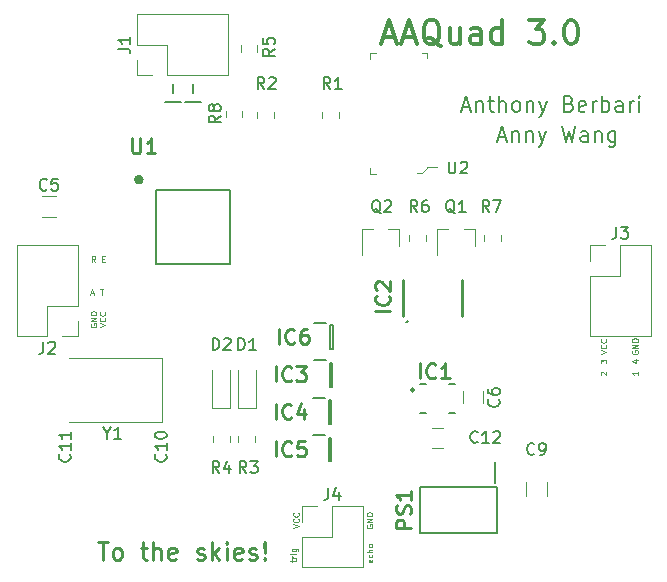
<source format=gbr>
G04 #@! TF.GenerationSoftware,KiCad,Pcbnew,(5.1.2)-1*
G04 #@! TF.CreationDate,2019-08-24T01:42:28-04:00*
G04 #@! TF.ProjectId,AAquad_PCB,41417175-6164-45f5-9043-422e6b696361,rev?*
G04 #@! TF.SameCoordinates,Original*
G04 #@! TF.FileFunction,Legend,Top*
G04 #@! TF.FilePolarity,Positive*
%FSLAX46Y46*%
G04 Gerber Fmt 4.6, Leading zero omitted, Abs format (unit mm)*
G04 Created by KiCad (PCBNEW (5.1.2)-1) date 2019-08-24 01:42:28*
%MOMM*%
%LPD*%
G04 APERTURE LIST*
%ADD10C,0.100000*%
%ADD11C,0.200000*%
%ADD12C,0.180000*%
%ADD13C,0.225000*%
%ADD14C,0.300000*%
%ADD15C,0.120000*%
%ADD16C,0.254000*%
%ADD17C,0.250000*%
%ADD18C,0.400000*%
%ADD19C,0.150000*%
G04 APERTURE END LIST*
D10*
X217277190Y-77755666D02*
X217777190Y-77589000D01*
X217277190Y-77422333D01*
X217729571Y-76969952D02*
X217753380Y-76993761D01*
X217777190Y-77065190D01*
X217777190Y-77112809D01*
X217753380Y-77184238D01*
X217705761Y-77231857D01*
X217658142Y-77255666D01*
X217562904Y-77279476D01*
X217491476Y-77279476D01*
X217396238Y-77255666D01*
X217348619Y-77231857D01*
X217301000Y-77184238D01*
X217277190Y-77112809D01*
X217277190Y-77065190D01*
X217301000Y-76993761D01*
X217324809Y-76969952D01*
X217729571Y-76469952D02*
X217753380Y-76493761D01*
X217777190Y-76565190D01*
X217777190Y-76612809D01*
X217753380Y-76684238D01*
X217705761Y-76731857D01*
X217658142Y-76755666D01*
X217562904Y-76779476D01*
X217491476Y-76779476D01*
X217396238Y-76755666D01*
X217348619Y-76731857D01*
X217301000Y-76684238D01*
X217277190Y-76612809D01*
X217277190Y-76565190D01*
X217301000Y-76493761D01*
X217324809Y-76469952D01*
X216539000Y-77469952D02*
X216515190Y-77517571D01*
X216515190Y-77589000D01*
X216539000Y-77660428D01*
X216586619Y-77708047D01*
X216634238Y-77731857D01*
X216729476Y-77755666D01*
X216800904Y-77755666D01*
X216896142Y-77731857D01*
X216943761Y-77708047D01*
X216991380Y-77660428D01*
X217015190Y-77589000D01*
X217015190Y-77541380D01*
X216991380Y-77469952D01*
X216967571Y-77446142D01*
X216800904Y-77446142D01*
X216800904Y-77541380D01*
X217015190Y-77231857D02*
X216515190Y-77231857D01*
X217015190Y-76946142D01*
X216515190Y-76946142D01*
X217015190Y-76708047D02*
X216515190Y-76708047D01*
X216515190Y-76589000D01*
X216539000Y-76517571D01*
X216586619Y-76469952D01*
X216634238Y-76446142D01*
X216729476Y-76422333D01*
X216800904Y-76422333D01*
X216896142Y-76446142D01*
X216943761Y-76469952D01*
X216991380Y-76517571D01*
X217015190Y-76589000D01*
X217015190Y-76708047D01*
X259742809Y-81803857D02*
X259719000Y-81780047D01*
X259695190Y-81732428D01*
X259695190Y-81613380D01*
X259719000Y-81565761D01*
X259742809Y-81541952D01*
X259790428Y-81518142D01*
X259838047Y-81518142D01*
X259909476Y-81541952D01*
X260195190Y-81827666D01*
X260195190Y-81518142D01*
X262862190Y-81518142D02*
X262862190Y-81803857D01*
X262862190Y-81661000D02*
X262362190Y-81661000D01*
X262433619Y-81708619D01*
X262481238Y-81756238D01*
X262505047Y-81803857D01*
X262528857Y-80549761D02*
X262862190Y-80549761D01*
X262338380Y-80668809D02*
X262695523Y-80787857D01*
X262695523Y-80478333D01*
X259695190Y-80811666D02*
X259695190Y-80502142D01*
X259885666Y-80668809D01*
X259885666Y-80597380D01*
X259909476Y-80549761D01*
X259933285Y-80525952D01*
X259980904Y-80502142D01*
X260099952Y-80502142D01*
X260147571Y-80525952D01*
X260171380Y-80549761D01*
X260195190Y-80597380D01*
X260195190Y-80740238D01*
X260171380Y-80787857D01*
X260147571Y-80811666D01*
X262386000Y-79755952D02*
X262362190Y-79803571D01*
X262362190Y-79875000D01*
X262386000Y-79946428D01*
X262433619Y-79994047D01*
X262481238Y-80017857D01*
X262576476Y-80041666D01*
X262647904Y-80041666D01*
X262743142Y-80017857D01*
X262790761Y-79994047D01*
X262838380Y-79946428D01*
X262862190Y-79875000D01*
X262862190Y-79827380D01*
X262838380Y-79755952D01*
X262814571Y-79732142D01*
X262647904Y-79732142D01*
X262647904Y-79827380D01*
X262862190Y-79517857D02*
X262362190Y-79517857D01*
X262862190Y-79232142D01*
X262362190Y-79232142D01*
X262862190Y-78994047D02*
X262362190Y-78994047D01*
X262362190Y-78875000D01*
X262386000Y-78803571D01*
X262433619Y-78755952D01*
X262481238Y-78732142D01*
X262576476Y-78708333D01*
X262647904Y-78708333D01*
X262743142Y-78732142D01*
X262790761Y-78755952D01*
X262838380Y-78803571D01*
X262862190Y-78875000D01*
X262862190Y-78994047D01*
X259695190Y-80041666D02*
X260195190Y-79875000D01*
X259695190Y-79708333D01*
X260147571Y-79255952D02*
X260171380Y-79279761D01*
X260195190Y-79351190D01*
X260195190Y-79398809D01*
X260171380Y-79470238D01*
X260123761Y-79517857D01*
X260076142Y-79541666D01*
X259980904Y-79565476D01*
X259909476Y-79565476D01*
X259814238Y-79541666D01*
X259766619Y-79517857D01*
X259719000Y-79470238D01*
X259695190Y-79398809D01*
X259695190Y-79351190D01*
X259719000Y-79279761D01*
X259742809Y-79255952D01*
X260147571Y-78755952D02*
X260171380Y-78779761D01*
X260195190Y-78851190D01*
X260195190Y-78898809D01*
X260171380Y-78970238D01*
X260123761Y-79017857D01*
X260076142Y-79041666D01*
X259980904Y-79065476D01*
X259909476Y-79065476D01*
X259814238Y-79041666D01*
X259766619Y-79017857D01*
X259719000Y-78970238D01*
X259695190Y-78898809D01*
X259695190Y-78851190D01*
X259719000Y-78779761D01*
X259742809Y-78755952D01*
X233660190Y-94773666D02*
X234160190Y-94607000D01*
X233660190Y-94440333D01*
X234112571Y-93987952D02*
X234136380Y-94011761D01*
X234160190Y-94083190D01*
X234160190Y-94130809D01*
X234136380Y-94202238D01*
X234088761Y-94249857D01*
X234041142Y-94273666D01*
X233945904Y-94297476D01*
X233874476Y-94297476D01*
X233779238Y-94273666D01*
X233731619Y-94249857D01*
X233684000Y-94202238D01*
X233660190Y-94130809D01*
X233660190Y-94083190D01*
X233684000Y-94011761D01*
X233707809Y-93987952D01*
X234112571Y-93487952D02*
X234136380Y-93511761D01*
X234160190Y-93583190D01*
X234160190Y-93630809D01*
X234136380Y-93702238D01*
X234088761Y-93749857D01*
X234041142Y-93773666D01*
X233945904Y-93797476D01*
X233874476Y-93797476D01*
X233779238Y-93773666D01*
X233731619Y-93749857D01*
X233684000Y-93702238D01*
X233660190Y-93630809D01*
X233660190Y-93583190D01*
X233684000Y-93511761D01*
X233707809Y-93487952D01*
X239907000Y-94487952D02*
X239883190Y-94535571D01*
X239883190Y-94607000D01*
X239907000Y-94678428D01*
X239954619Y-94726047D01*
X240002238Y-94749857D01*
X240097476Y-94773666D01*
X240168904Y-94773666D01*
X240264142Y-94749857D01*
X240311761Y-94726047D01*
X240359380Y-94678428D01*
X240383190Y-94607000D01*
X240383190Y-94559380D01*
X240359380Y-94487952D01*
X240335571Y-94464142D01*
X240168904Y-94464142D01*
X240168904Y-94559380D01*
X240383190Y-94249857D02*
X239883190Y-94249857D01*
X240383190Y-93964142D01*
X239883190Y-93964142D01*
X240383190Y-93726047D02*
X239883190Y-93726047D01*
X239883190Y-93607000D01*
X239907000Y-93535571D01*
X239954619Y-93487952D01*
X240002238Y-93464142D01*
X240097476Y-93440333D01*
X240168904Y-93440333D01*
X240264142Y-93464142D01*
X240311761Y-93487952D01*
X240359380Y-93535571D01*
X240383190Y-93607000D01*
X240383190Y-93726047D01*
X240359380Y-97472428D02*
X240383190Y-97520047D01*
X240383190Y-97615285D01*
X240359380Y-97662904D01*
X240311761Y-97686714D01*
X240121285Y-97686714D01*
X240073666Y-97662904D01*
X240049857Y-97615285D01*
X240049857Y-97520047D01*
X240073666Y-97472428D01*
X240121285Y-97448619D01*
X240168904Y-97448619D01*
X240216523Y-97686714D01*
X240359380Y-97020047D02*
X240383190Y-97067666D01*
X240383190Y-97162904D01*
X240359380Y-97210523D01*
X240335571Y-97234333D01*
X240287952Y-97258142D01*
X240145095Y-97258142D01*
X240097476Y-97234333D01*
X240073666Y-97210523D01*
X240049857Y-97162904D01*
X240049857Y-97067666D01*
X240073666Y-97020047D01*
X240383190Y-96805761D02*
X239883190Y-96805761D01*
X240383190Y-96591476D02*
X240121285Y-96591476D01*
X240073666Y-96615285D01*
X240049857Y-96662904D01*
X240049857Y-96734333D01*
X240073666Y-96781952D01*
X240097476Y-96805761D01*
X240383190Y-96281952D02*
X240359380Y-96329571D01*
X240335571Y-96353380D01*
X240287952Y-96377190D01*
X240145095Y-96377190D01*
X240097476Y-96353380D01*
X240073666Y-96329571D01*
X240049857Y-96281952D01*
X240049857Y-96210523D01*
X240073666Y-96162904D01*
X240097476Y-96139095D01*
X240145095Y-96115285D01*
X240287952Y-96115285D01*
X240335571Y-96139095D01*
X240359380Y-96162904D01*
X240383190Y-96210523D01*
X240383190Y-96281952D01*
X233572857Y-97623238D02*
X233572857Y-97432761D01*
X233406190Y-97551809D02*
X233834761Y-97551809D01*
X233882380Y-97528000D01*
X233906190Y-97480380D01*
X233906190Y-97432761D01*
X233906190Y-97266095D02*
X233572857Y-97266095D01*
X233668095Y-97266095D02*
X233620476Y-97242285D01*
X233596666Y-97218476D01*
X233572857Y-97170857D01*
X233572857Y-97123238D01*
X233906190Y-96956571D02*
X233572857Y-96956571D01*
X233406190Y-96956571D02*
X233430000Y-96980380D01*
X233453809Y-96956571D01*
X233430000Y-96932761D01*
X233406190Y-96956571D01*
X233453809Y-96956571D01*
X233572857Y-96504190D02*
X233977619Y-96504190D01*
X234025238Y-96528000D01*
X234049047Y-96551809D01*
X234072857Y-96599428D01*
X234072857Y-96670857D01*
X234049047Y-96718476D01*
X233882380Y-96504190D02*
X233906190Y-96551809D01*
X233906190Y-96647047D01*
X233882380Y-96694666D01*
X233858571Y-96718476D01*
X233810952Y-96742285D01*
X233668095Y-96742285D01*
X233620476Y-96718476D01*
X233596666Y-96694666D01*
X233572857Y-96647047D01*
X233572857Y-96551809D01*
X233596666Y-96504190D01*
X216543000Y-74886333D02*
X216781095Y-74886333D01*
X216495380Y-75029190D02*
X216662047Y-74529190D01*
X216828714Y-75029190D01*
X217304904Y-74529190D02*
X217590619Y-74529190D01*
X217447761Y-75029190D02*
X217447761Y-74529190D01*
X216908095Y-72235190D02*
X216741428Y-71997095D01*
X216622380Y-72235190D02*
X216622380Y-71735190D01*
X216812857Y-71735190D01*
X216860476Y-71759000D01*
X216884285Y-71782809D01*
X216908095Y-71830428D01*
X216908095Y-71901857D01*
X216884285Y-71949476D01*
X216860476Y-71973285D01*
X216812857Y-71997095D01*
X216622380Y-71997095D01*
X217503333Y-71973285D02*
X217670000Y-71973285D01*
X217741428Y-72235190D02*
X217503333Y-72235190D01*
X217503333Y-71735190D01*
X217741428Y-71735190D01*
D11*
X225187571Y-57181857D02*
X225187571Y-57943761D01*
X224473285Y-58658047D02*
X225901857Y-58658047D01*
X223487571Y-57181857D02*
X223487571Y-57943761D01*
X222773285Y-58658047D02*
X224201857Y-58658047D01*
D12*
X251048666Y-61684666D02*
X251667714Y-61684666D01*
X250924857Y-62056095D02*
X251358190Y-60756095D01*
X251791523Y-62056095D01*
X252224857Y-61189428D02*
X252224857Y-62056095D01*
X252224857Y-61313238D02*
X252286761Y-61251333D01*
X252410571Y-61189428D01*
X252596285Y-61189428D01*
X252720095Y-61251333D01*
X252782000Y-61375142D01*
X252782000Y-62056095D01*
X253401047Y-61189428D02*
X253401047Y-62056095D01*
X253401047Y-61313238D02*
X253462952Y-61251333D01*
X253586761Y-61189428D01*
X253772476Y-61189428D01*
X253896285Y-61251333D01*
X253958190Y-61375142D01*
X253958190Y-62056095D01*
X254453428Y-61189428D02*
X254762952Y-62056095D01*
X255072476Y-61189428D02*
X254762952Y-62056095D01*
X254639142Y-62365619D01*
X254577238Y-62427523D01*
X254453428Y-62489428D01*
X256434380Y-60756095D02*
X256743904Y-62056095D01*
X256991523Y-61127523D01*
X257239142Y-62056095D01*
X257548666Y-60756095D01*
X258601047Y-62056095D02*
X258601047Y-61375142D01*
X258539142Y-61251333D01*
X258415333Y-61189428D01*
X258167714Y-61189428D01*
X258043904Y-61251333D01*
X258601047Y-61994190D02*
X258477238Y-62056095D01*
X258167714Y-62056095D01*
X258043904Y-61994190D01*
X257982000Y-61870380D01*
X257982000Y-61746571D01*
X258043904Y-61622761D01*
X258167714Y-61560857D01*
X258477238Y-61560857D01*
X258601047Y-61498952D01*
X259220095Y-61189428D02*
X259220095Y-62056095D01*
X259220095Y-61313238D02*
X259282000Y-61251333D01*
X259405809Y-61189428D01*
X259591523Y-61189428D01*
X259715333Y-61251333D01*
X259777238Y-61375142D01*
X259777238Y-62056095D01*
X260953428Y-61189428D02*
X260953428Y-62241809D01*
X260891523Y-62365619D01*
X260829619Y-62427523D01*
X260705809Y-62489428D01*
X260520095Y-62489428D01*
X260396285Y-62427523D01*
X260953428Y-61994190D02*
X260829619Y-62056095D01*
X260582000Y-62056095D01*
X260458190Y-61994190D01*
X260396285Y-61932285D01*
X260334380Y-61808476D01*
X260334380Y-61437047D01*
X260396285Y-61313238D01*
X260458190Y-61251333D01*
X260582000Y-61189428D01*
X260829619Y-61189428D01*
X260953428Y-61251333D01*
X248002571Y-59144666D02*
X248621619Y-59144666D01*
X247878761Y-59516095D02*
X248312095Y-58216095D01*
X248745428Y-59516095D01*
X249178761Y-58649428D02*
X249178761Y-59516095D01*
X249178761Y-58773238D02*
X249240666Y-58711333D01*
X249364476Y-58649428D01*
X249550190Y-58649428D01*
X249674000Y-58711333D01*
X249735904Y-58835142D01*
X249735904Y-59516095D01*
X250169238Y-58649428D02*
X250664476Y-58649428D01*
X250354952Y-58216095D02*
X250354952Y-59330380D01*
X250416857Y-59454190D01*
X250540666Y-59516095D01*
X250664476Y-59516095D01*
X251097809Y-59516095D02*
X251097809Y-58216095D01*
X251654952Y-59516095D02*
X251654952Y-58835142D01*
X251593047Y-58711333D01*
X251469238Y-58649428D01*
X251283523Y-58649428D01*
X251159714Y-58711333D01*
X251097809Y-58773238D01*
X252459714Y-59516095D02*
X252335904Y-59454190D01*
X252274000Y-59392285D01*
X252212095Y-59268476D01*
X252212095Y-58897047D01*
X252274000Y-58773238D01*
X252335904Y-58711333D01*
X252459714Y-58649428D01*
X252645428Y-58649428D01*
X252769238Y-58711333D01*
X252831142Y-58773238D01*
X252893047Y-58897047D01*
X252893047Y-59268476D01*
X252831142Y-59392285D01*
X252769238Y-59454190D01*
X252645428Y-59516095D01*
X252459714Y-59516095D01*
X253450190Y-58649428D02*
X253450190Y-59516095D01*
X253450190Y-58773238D02*
X253512095Y-58711333D01*
X253635904Y-58649428D01*
X253821619Y-58649428D01*
X253945428Y-58711333D01*
X254007333Y-58835142D01*
X254007333Y-59516095D01*
X254502571Y-58649428D02*
X254812095Y-59516095D01*
X255121619Y-58649428D02*
X254812095Y-59516095D01*
X254688285Y-59825619D01*
X254626380Y-59887523D01*
X254502571Y-59949428D01*
X257040666Y-58835142D02*
X257226380Y-58897047D01*
X257288285Y-58958952D01*
X257350190Y-59082761D01*
X257350190Y-59268476D01*
X257288285Y-59392285D01*
X257226380Y-59454190D01*
X257102571Y-59516095D01*
X256607333Y-59516095D01*
X256607333Y-58216095D01*
X257040666Y-58216095D01*
X257164476Y-58278000D01*
X257226380Y-58339904D01*
X257288285Y-58463714D01*
X257288285Y-58587523D01*
X257226380Y-58711333D01*
X257164476Y-58773238D01*
X257040666Y-58835142D01*
X256607333Y-58835142D01*
X258402571Y-59454190D02*
X258278761Y-59516095D01*
X258031142Y-59516095D01*
X257907333Y-59454190D01*
X257845428Y-59330380D01*
X257845428Y-58835142D01*
X257907333Y-58711333D01*
X258031142Y-58649428D01*
X258278761Y-58649428D01*
X258402571Y-58711333D01*
X258464476Y-58835142D01*
X258464476Y-58958952D01*
X257845428Y-59082761D01*
X259021619Y-59516095D02*
X259021619Y-58649428D01*
X259021619Y-58897047D02*
X259083523Y-58773238D01*
X259145428Y-58711333D01*
X259269238Y-58649428D01*
X259393047Y-58649428D01*
X259826380Y-59516095D02*
X259826380Y-58216095D01*
X259826380Y-58711333D02*
X259950190Y-58649428D01*
X260197809Y-58649428D01*
X260321619Y-58711333D01*
X260383523Y-58773238D01*
X260445428Y-58897047D01*
X260445428Y-59268476D01*
X260383523Y-59392285D01*
X260321619Y-59454190D01*
X260197809Y-59516095D01*
X259950190Y-59516095D01*
X259826380Y-59454190D01*
X261559714Y-59516095D02*
X261559714Y-58835142D01*
X261497809Y-58711333D01*
X261374000Y-58649428D01*
X261126380Y-58649428D01*
X261002571Y-58711333D01*
X261559714Y-59454190D02*
X261435904Y-59516095D01*
X261126380Y-59516095D01*
X261002571Y-59454190D01*
X260940666Y-59330380D01*
X260940666Y-59206571D01*
X261002571Y-59082761D01*
X261126380Y-59020857D01*
X261435904Y-59020857D01*
X261559714Y-58958952D01*
X262178761Y-59516095D02*
X262178761Y-58649428D01*
X262178761Y-58897047D02*
X262240666Y-58773238D01*
X262302571Y-58711333D01*
X262426380Y-58649428D01*
X262550190Y-58649428D01*
X262983523Y-59516095D02*
X262983523Y-58649428D01*
X262983523Y-58216095D02*
X262921619Y-58278000D01*
X262983523Y-58339904D01*
X263045428Y-58278000D01*
X262983523Y-58216095D01*
X262983523Y-58339904D01*
D13*
X217103428Y-95952571D02*
X217960571Y-95952571D01*
X217532000Y-97452571D02*
X217532000Y-95952571D01*
X218674857Y-97452571D02*
X218532000Y-97381142D01*
X218460571Y-97309714D01*
X218389142Y-97166857D01*
X218389142Y-96738285D01*
X218460571Y-96595428D01*
X218532000Y-96524000D01*
X218674857Y-96452571D01*
X218889142Y-96452571D01*
X219032000Y-96524000D01*
X219103428Y-96595428D01*
X219174857Y-96738285D01*
X219174857Y-97166857D01*
X219103428Y-97309714D01*
X219032000Y-97381142D01*
X218889142Y-97452571D01*
X218674857Y-97452571D01*
X220746285Y-96452571D02*
X221317714Y-96452571D01*
X220960571Y-95952571D02*
X220960571Y-97238285D01*
X221032000Y-97381142D01*
X221174857Y-97452571D01*
X221317714Y-97452571D01*
X221817714Y-97452571D02*
X221817714Y-95952571D01*
X222460571Y-97452571D02*
X222460571Y-96666857D01*
X222389142Y-96524000D01*
X222246285Y-96452571D01*
X222032000Y-96452571D01*
X221889142Y-96524000D01*
X221817714Y-96595428D01*
X223746285Y-97381142D02*
X223603428Y-97452571D01*
X223317714Y-97452571D01*
X223174857Y-97381142D01*
X223103428Y-97238285D01*
X223103428Y-96666857D01*
X223174857Y-96524000D01*
X223317714Y-96452571D01*
X223603428Y-96452571D01*
X223746285Y-96524000D01*
X223817714Y-96666857D01*
X223817714Y-96809714D01*
X223103428Y-96952571D01*
X225532000Y-97381142D02*
X225674857Y-97452571D01*
X225960571Y-97452571D01*
X226103428Y-97381142D01*
X226174857Y-97238285D01*
X226174857Y-97166857D01*
X226103428Y-97024000D01*
X225960571Y-96952571D01*
X225746285Y-96952571D01*
X225603428Y-96881142D01*
X225532000Y-96738285D01*
X225532000Y-96666857D01*
X225603428Y-96524000D01*
X225746285Y-96452571D01*
X225960571Y-96452571D01*
X226103428Y-96524000D01*
X226817714Y-97452571D02*
X226817714Y-95952571D01*
X226960571Y-96881142D02*
X227389142Y-97452571D01*
X227389142Y-96452571D02*
X226817714Y-97024000D01*
X228032000Y-97452571D02*
X228032000Y-96452571D01*
X228032000Y-95952571D02*
X227960571Y-96024000D01*
X228032000Y-96095428D01*
X228103428Y-96024000D01*
X228032000Y-95952571D01*
X228032000Y-96095428D01*
X229317714Y-97381142D02*
X229174857Y-97452571D01*
X228889142Y-97452571D01*
X228746285Y-97381142D01*
X228674857Y-97238285D01*
X228674857Y-96666857D01*
X228746285Y-96524000D01*
X228889142Y-96452571D01*
X229174857Y-96452571D01*
X229317714Y-96524000D01*
X229389142Y-96666857D01*
X229389142Y-96809714D01*
X228674857Y-96952571D01*
X229960571Y-97381142D02*
X230103428Y-97452571D01*
X230389142Y-97452571D01*
X230532000Y-97381142D01*
X230603428Y-97238285D01*
X230603428Y-97166857D01*
X230532000Y-97024000D01*
X230389142Y-96952571D01*
X230174857Y-96952571D01*
X230032000Y-96881142D01*
X229960571Y-96738285D01*
X229960571Y-96666857D01*
X230032000Y-96524000D01*
X230174857Y-96452571D01*
X230389142Y-96452571D01*
X230532000Y-96524000D01*
X231246285Y-97309714D02*
X231317714Y-97381142D01*
X231246285Y-97452571D01*
X231174857Y-97381142D01*
X231246285Y-97309714D01*
X231246285Y-97452571D01*
X231246285Y-96881142D02*
X231174857Y-96024000D01*
X231246285Y-95952571D01*
X231317714Y-96024000D01*
X231246285Y-96881142D01*
X231246285Y-95952571D01*
D14*
X241291504Y-53216133D02*
X242243885Y-53216133D01*
X241101028Y-53787561D02*
X241767695Y-51787561D01*
X242434361Y-53787561D01*
X243005790Y-53216133D02*
X243958171Y-53216133D01*
X242815314Y-53787561D02*
X243481980Y-51787561D01*
X244148647Y-53787561D01*
X246148647Y-53978038D02*
X245958171Y-53882800D01*
X245767695Y-53692323D01*
X245481980Y-53406609D01*
X245291504Y-53311371D01*
X245101028Y-53311371D01*
X245196266Y-53787561D02*
X245005790Y-53692323D01*
X244815314Y-53501847D01*
X244720076Y-53120895D01*
X244720076Y-52454228D01*
X244815314Y-52073276D01*
X245005790Y-51882800D01*
X245196266Y-51787561D01*
X245577219Y-51787561D01*
X245767695Y-51882800D01*
X245958171Y-52073276D01*
X246053409Y-52454228D01*
X246053409Y-53120895D01*
X245958171Y-53501847D01*
X245767695Y-53692323D01*
X245577219Y-53787561D01*
X245196266Y-53787561D01*
X247767695Y-52454228D02*
X247767695Y-53787561D01*
X246910552Y-52454228D02*
X246910552Y-53501847D01*
X247005790Y-53692323D01*
X247196266Y-53787561D01*
X247481980Y-53787561D01*
X247672457Y-53692323D01*
X247767695Y-53597085D01*
X249577219Y-53787561D02*
X249577219Y-52739942D01*
X249481980Y-52549466D01*
X249291504Y-52454228D01*
X248910552Y-52454228D01*
X248720076Y-52549466D01*
X249577219Y-53692323D02*
X249386742Y-53787561D01*
X248910552Y-53787561D01*
X248720076Y-53692323D01*
X248624838Y-53501847D01*
X248624838Y-53311371D01*
X248720076Y-53120895D01*
X248910552Y-53025657D01*
X249386742Y-53025657D01*
X249577219Y-52930419D01*
X251386742Y-53787561D02*
X251386742Y-51787561D01*
X251386742Y-53692323D02*
X251196266Y-53787561D01*
X250815314Y-53787561D01*
X250624838Y-53692323D01*
X250529600Y-53597085D01*
X250434361Y-53406609D01*
X250434361Y-52835180D01*
X250529600Y-52644704D01*
X250624838Y-52549466D01*
X250815314Y-52454228D01*
X251196266Y-52454228D01*
X251386742Y-52549466D01*
X253672457Y-51787561D02*
X254910552Y-51787561D01*
X254243885Y-52549466D01*
X254529600Y-52549466D01*
X254720076Y-52644704D01*
X254815314Y-52739942D01*
X254910552Y-52930419D01*
X254910552Y-53406609D01*
X254815314Y-53597085D01*
X254720076Y-53692323D01*
X254529600Y-53787561D01*
X253958171Y-53787561D01*
X253767695Y-53692323D01*
X253672457Y-53597085D01*
X255767695Y-53597085D02*
X255862933Y-53692323D01*
X255767695Y-53787561D01*
X255672457Y-53692323D01*
X255767695Y-53597085D01*
X255767695Y-53787561D01*
X257101028Y-51787561D02*
X257291504Y-51787561D01*
X257481980Y-51882800D01*
X257577219Y-51978038D01*
X257672457Y-52168514D01*
X257767695Y-52549466D01*
X257767695Y-53025657D01*
X257672457Y-53406609D01*
X257577219Y-53597085D01*
X257481980Y-53692323D01*
X257291504Y-53787561D01*
X257101028Y-53787561D01*
X256910552Y-53692323D01*
X256815314Y-53597085D01*
X256720076Y-53406609D01*
X256624838Y-53025657D01*
X256624838Y-52549466D01*
X256720076Y-52168514D01*
X256815314Y-51978038D01*
X256910552Y-51882800D01*
X257101028Y-51787561D01*
D15*
X258766000Y-70806000D02*
X260096000Y-70806000D01*
X258766000Y-72136000D02*
X258766000Y-70806000D01*
X261366000Y-70806000D02*
X263966000Y-70806000D01*
X261366000Y-73406000D02*
X261366000Y-70806000D01*
X258766000Y-73406000D02*
X261366000Y-73406000D01*
X263966000Y-70806000D02*
X263966000Y-78546000D01*
X258766000Y-73406000D02*
X258766000Y-78546000D01*
X258766000Y-78546000D02*
X263966000Y-78546000D01*
D16*
X243342280Y-77293000D02*
G75*
G03X243342280Y-77293000I-63280J0D01*
G01*
X242961000Y-73781000D02*
X242961000Y-76781000D01*
X247961000Y-76781000D02*
X247961000Y-73781000D01*
D15*
X215452000Y-78546000D02*
X214122000Y-78546000D01*
X215452000Y-77216000D02*
X215452000Y-78546000D01*
X212852000Y-78546000D02*
X210252000Y-78546000D01*
X212852000Y-75946000D02*
X212852000Y-78546000D01*
X215452000Y-75946000D02*
X212852000Y-75946000D01*
X210252000Y-78546000D02*
X210252000Y-70806000D01*
X215452000Y-75946000D02*
X215452000Y-70806000D01*
X215452000Y-70806000D02*
X210252000Y-70806000D01*
X245388000Y-87972000D02*
X246388000Y-87972000D01*
X246388000Y-86272000D02*
X245388000Y-86272000D01*
X222580000Y-80358000D02*
X214680000Y-80358000D01*
X222580000Y-85758000D02*
X222580000Y-80358000D01*
X214680000Y-85758000D02*
X222580000Y-85758000D01*
D10*
X240170000Y-54590000D02*
X240670000Y-54590000D01*
X240170000Y-55090000D02*
X240170000Y-54590000D01*
X240170000Y-64790000D02*
X240670000Y-64790000D01*
X240170000Y-64290000D02*
X240170000Y-64790000D01*
X244970000Y-64190000D02*
X245870000Y-64190000D01*
X244970000Y-64290000D02*
X244970000Y-64190000D01*
X244570000Y-64690000D02*
X244970000Y-64290000D01*
X244170000Y-64690000D02*
X244570000Y-64690000D01*
X244970000Y-54590000D02*
X244970000Y-54990000D01*
X244570000Y-54590000D02*
X244970000Y-54590000D01*
D15*
X212373936Y-68474000D02*
X213578064Y-68474000D01*
X212373936Y-66654000D02*
X213578064Y-66654000D01*
X248006500Y-83209000D02*
X248006500Y-84209000D01*
X249706500Y-84209000D02*
X249706500Y-83209000D01*
X255164000Y-92045064D02*
X255164000Y-90840936D01*
X253344000Y-92045064D02*
X253344000Y-90840936D01*
D17*
X243897000Y-83070000D02*
G75*
G03X243897000Y-83070000I-125000J0D01*
G01*
D11*
X247372000Y-85070000D02*
X246872000Y-85070000D01*
X247372000Y-85070000D02*
X247372000Y-85070000D01*
X244372000Y-85070000D02*
X244872000Y-85070000D01*
X244372000Y-85070000D02*
X244372000Y-85070000D01*
X247372000Y-82570000D02*
X246872000Y-82570000D01*
X247372000Y-82570000D02*
X247372000Y-82570000D01*
X244372000Y-82570000D02*
X244872000Y-82570000D01*
X244372000Y-82570000D02*
X244372000Y-82570000D01*
X244372000Y-82570000D02*
X244372000Y-82570000D01*
D15*
X220412000Y-56448000D02*
X220412000Y-55118000D01*
X221742000Y-56448000D02*
X220412000Y-56448000D01*
X220412000Y-53848000D02*
X220412000Y-51248000D01*
X223012000Y-53848000D02*
X220412000Y-53848000D01*
X223012000Y-56448000D02*
X223012000Y-53848000D01*
X220412000Y-51248000D02*
X228152000Y-51248000D01*
X223012000Y-56448000D02*
X228152000Y-56448000D01*
X228152000Y-56448000D02*
X228152000Y-51248000D01*
X236145000Y-59509922D02*
X236145000Y-60027078D01*
X237565000Y-59509922D02*
X237565000Y-60027078D01*
X232040500Y-60027078D02*
X232040500Y-59509922D01*
X230620500Y-60027078D02*
X230620500Y-59509922D01*
X229033000Y-86941922D02*
X229033000Y-87459078D01*
X230453000Y-86941922D02*
X230453000Y-87459078D01*
X226874000Y-86941922D02*
X226874000Y-87459078D01*
X228294000Y-86941922D02*
X228294000Y-87459078D01*
X230643500Y-54424078D02*
X230643500Y-53906922D01*
X229223500Y-54424078D02*
X229223500Y-53906922D01*
X243511000Y-69972422D02*
X243511000Y-70489578D01*
X244931000Y-69972422D02*
X244931000Y-70489578D01*
X249861000Y-69972422D02*
X249861000Y-70489578D01*
X251281000Y-69972422D02*
X251281000Y-70489578D01*
X229373500Y-59997078D02*
X229373500Y-59479922D01*
X227953500Y-59997078D02*
X227953500Y-59479922D01*
D18*
X220803000Y-65274000D02*
G75*
G03X220803000Y-65274000I-200000J0D01*
G01*
D11*
X222053000Y-72424000D02*
X222053000Y-66124000D01*
X228353000Y-72424000D02*
X222053000Y-72424000D01*
X228353000Y-66124000D02*
X228353000Y-72424000D01*
X222053000Y-66124000D02*
X228353000Y-66124000D01*
D15*
X234382000Y-92904000D02*
X235712000Y-92904000D01*
X234382000Y-94234000D02*
X234382000Y-92904000D01*
X236982000Y-92904000D02*
X239582000Y-92904000D01*
X236982000Y-95504000D02*
X236982000Y-92904000D01*
X234382000Y-95504000D02*
X236982000Y-95504000D01*
X239582000Y-92904000D02*
X239582000Y-98104000D01*
X234382000Y-95504000D02*
X234382000Y-98104000D01*
X234382000Y-98104000D02*
X239582000Y-98104000D01*
D11*
X235405000Y-80563000D02*
X236405000Y-80563000D01*
X236755000Y-82788000D02*
X236755000Y-80788000D01*
X236955000Y-82788000D02*
X236755000Y-82788000D01*
X236955000Y-80788000D02*
X236955000Y-82788000D01*
X236755000Y-80788000D02*
X236955000Y-80788000D01*
X235339000Y-83723000D02*
X236339000Y-83723000D01*
X236689000Y-85948000D02*
X236689000Y-83948000D01*
X236889000Y-85948000D02*
X236689000Y-85948000D01*
X236889000Y-83948000D02*
X236889000Y-85948000D01*
X236689000Y-83948000D02*
X236889000Y-83948000D01*
X236694000Y-87123000D02*
X236894000Y-87123000D01*
X236894000Y-87123000D02*
X236894000Y-89123000D01*
X236894000Y-89123000D02*
X236694000Y-89123000D01*
X236694000Y-89123000D02*
X236694000Y-87123000D01*
X235344000Y-86898000D02*
X236344000Y-86898000D01*
X235471000Y-77373000D02*
X236471000Y-77373000D01*
X236821000Y-79598000D02*
X236821000Y-77598000D01*
X237021000Y-79598000D02*
X236821000Y-79598000D01*
X237021000Y-77598000D02*
X237021000Y-79598000D01*
X236821000Y-77598000D02*
X237021000Y-77598000D01*
D15*
X230493000Y-81423000D02*
X230493000Y-84623000D01*
X228993000Y-84623000D02*
X228993000Y-81423000D01*
X228993000Y-84623000D02*
X230493000Y-84623000D01*
X228334000Y-81423000D02*
X228334000Y-84623000D01*
X226834000Y-84623000D02*
X226834000Y-81423000D01*
X226834000Y-84623000D02*
X228334000Y-84623000D01*
X249037000Y-69455000D02*
X248107000Y-69455000D01*
X245877000Y-69455000D02*
X246807000Y-69455000D01*
X245877000Y-69455000D02*
X245877000Y-71615000D01*
X249037000Y-69455000D02*
X249037000Y-70915000D01*
X242626000Y-69471000D02*
X241696000Y-69471000D01*
X239466000Y-69471000D02*
X240396000Y-69471000D01*
X239466000Y-69471000D02*
X239466000Y-71631000D01*
X242626000Y-69471000D02*
X242626000Y-70931000D01*
D11*
X250900000Y-91318000D02*
X250900000Y-95168000D01*
X250900000Y-95168000D02*
X244400000Y-95168000D01*
X244400000Y-95168000D02*
X244400000Y-91318000D01*
X244400000Y-91318000D02*
X250900000Y-91318000D01*
X250775000Y-89218000D02*
X250775000Y-90968000D01*
D19*
X261032666Y-69258380D02*
X261032666Y-69972666D01*
X260985047Y-70115523D01*
X260889809Y-70210761D01*
X260746952Y-70258380D01*
X260651714Y-70258380D01*
X261413619Y-69258380D02*
X262032666Y-69258380D01*
X261699333Y-69639333D01*
X261842190Y-69639333D01*
X261937428Y-69686952D01*
X261985047Y-69734571D01*
X262032666Y-69829809D01*
X262032666Y-70067904D01*
X261985047Y-70163142D01*
X261937428Y-70210761D01*
X261842190Y-70258380D01*
X261556476Y-70258380D01*
X261461238Y-70210761D01*
X261413619Y-70163142D01*
D16*
X241874523Y-76423761D02*
X240604523Y-76423761D01*
X241753571Y-75093285D02*
X241814047Y-75153761D01*
X241874523Y-75335190D01*
X241874523Y-75456142D01*
X241814047Y-75637571D01*
X241693095Y-75758523D01*
X241572142Y-75819000D01*
X241330238Y-75879476D01*
X241148809Y-75879476D01*
X240906904Y-75819000D01*
X240785952Y-75758523D01*
X240665000Y-75637571D01*
X240604523Y-75456142D01*
X240604523Y-75335190D01*
X240665000Y-75153761D01*
X240725476Y-75093285D01*
X240725476Y-74609476D02*
X240665000Y-74549000D01*
X240604523Y-74428047D01*
X240604523Y-74125666D01*
X240665000Y-74004714D01*
X240725476Y-73944238D01*
X240846428Y-73883761D01*
X240967380Y-73883761D01*
X241148809Y-73944238D01*
X241874523Y-74669952D01*
X241874523Y-73883761D01*
D19*
X212518666Y-78998380D02*
X212518666Y-79712666D01*
X212471047Y-79855523D01*
X212375809Y-79950761D01*
X212232952Y-79998380D01*
X212137714Y-79998380D01*
X212947238Y-79093619D02*
X212994857Y-79046000D01*
X213090095Y-78998380D01*
X213328190Y-78998380D01*
X213423428Y-79046000D01*
X213471047Y-79093619D01*
X213518666Y-79188857D01*
X213518666Y-79284095D01*
X213471047Y-79426952D01*
X212899619Y-79998380D01*
X213518666Y-79998380D01*
X249293142Y-87479142D02*
X249245523Y-87526761D01*
X249102666Y-87574380D01*
X249007428Y-87574380D01*
X248864571Y-87526761D01*
X248769333Y-87431523D01*
X248721714Y-87336285D01*
X248674095Y-87145809D01*
X248674095Y-87002952D01*
X248721714Y-86812476D01*
X248769333Y-86717238D01*
X248864571Y-86622000D01*
X249007428Y-86574380D01*
X249102666Y-86574380D01*
X249245523Y-86622000D01*
X249293142Y-86669619D01*
X250245523Y-87574380D02*
X249674095Y-87574380D01*
X249959809Y-87574380D02*
X249959809Y-86574380D01*
X249864571Y-86717238D01*
X249769333Y-86812476D01*
X249674095Y-86860095D01*
X250626476Y-86669619D02*
X250674095Y-86622000D01*
X250769333Y-86574380D01*
X251007428Y-86574380D01*
X251102666Y-86622000D01*
X251150285Y-86669619D01*
X251197904Y-86764857D01*
X251197904Y-86860095D01*
X251150285Y-87002952D01*
X250578857Y-87574380D01*
X251197904Y-87574380D01*
X217903809Y-86734190D02*
X217903809Y-87210380D01*
X217570476Y-86210380D02*
X217903809Y-86734190D01*
X218237142Y-86210380D01*
X219094285Y-87210380D02*
X218522857Y-87210380D01*
X218808571Y-87210380D02*
X218808571Y-86210380D01*
X218713333Y-86353238D01*
X218618095Y-86448476D01*
X218522857Y-86496095D01*
X214733142Y-88526857D02*
X214780761Y-88574476D01*
X214828380Y-88717333D01*
X214828380Y-88812571D01*
X214780761Y-88955428D01*
X214685523Y-89050666D01*
X214590285Y-89098285D01*
X214399809Y-89145904D01*
X214256952Y-89145904D01*
X214066476Y-89098285D01*
X213971238Y-89050666D01*
X213876000Y-88955428D01*
X213828380Y-88812571D01*
X213828380Y-88717333D01*
X213876000Y-88574476D01*
X213923619Y-88526857D01*
X214828380Y-87574476D02*
X214828380Y-88145904D01*
X214828380Y-87860190D02*
X213828380Y-87860190D01*
X213971238Y-87955428D01*
X214066476Y-88050666D01*
X214114095Y-88145904D01*
X214828380Y-86622095D02*
X214828380Y-87193523D01*
X214828380Y-86907809D02*
X213828380Y-86907809D01*
X213971238Y-87003047D01*
X214066476Y-87098285D01*
X214114095Y-87193523D01*
X222861142Y-88526857D02*
X222908761Y-88574476D01*
X222956380Y-88717333D01*
X222956380Y-88812571D01*
X222908761Y-88955428D01*
X222813523Y-89050666D01*
X222718285Y-89098285D01*
X222527809Y-89145904D01*
X222384952Y-89145904D01*
X222194476Y-89098285D01*
X222099238Y-89050666D01*
X222004000Y-88955428D01*
X221956380Y-88812571D01*
X221956380Y-88717333D01*
X222004000Y-88574476D01*
X222051619Y-88526857D01*
X222956380Y-87574476D02*
X222956380Y-88145904D01*
X222956380Y-87860190D02*
X221956380Y-87860190D01*
X222099238Y-87955428D01*
X222194476Y-88050666D01*
X222242095Y-88145904D01*
X221956380Y-86955428D02*
X221956380Y-86860190D01*
X222004000Y-86764952D01*
X222051619Y-86717333D01*
X222146857Y-86669714D01*
X222337333Y-86622095D01*
X222575428Y-86622095D01*
X222765904Y-86669714D01*
X222861142Y-86717333D01*
X222908761Y-86764952D01*
X222956380Y-86860190D01*
X222956380Y-86955428D01*
X222908761Y-87050666D01*
X222861142Y-87098285D01*
X222765904Y-87145904D01*
X222575428Y-87193523D01*
X222337333Y-87193523D01*
X222146857Y-87145904D01*
X222051619Y-87098285D01*
X222004000Y-87050666D01*
X221956380Y-86955428D01*
X246837295Y-63739780D02*
X246837295Y-64549304D01*
X246884914Y-64644542D01*
X246932533Y-64692161D01*
X247027771Y-64739780D01*
X247218247Y-64739780D01*
X247313485Y-64692161D01*
X247361104Y-64644542D01*
X247408723Y-64549304D01*
X247408723Y-63739780D01*
X247837295Y-63835019D02*
X247884914Y-63787400D01*
X247980152Y-63739780D01*
X248218247Y-63739780D01*
X248313485Y-63787400D01*
X248361104Y-63835019D01*
X248408723Y-63930257D01*
X248408723Y-64025495D01*
X248361104Y-64168352D01*
X247789676Y-64739780D01*
X248408723Y-64739780D01*
X212809333Y-66101142D02*
X212761714Y-66148761D01*
X212618857Y-66196380D01*
X212523619Y-66196380D01*
X212380761Y-66148761D01*
X212285523Y-66053523D01*
X212237904Y-65958285D01*
X212190285Y-65767809D01*
X212190285Y-65624952D01*
X212237904Y-65434476D01*
X212285523Y-65339238D01*
X212380761Y-65244000D01*
X212523619Y-65196380D01*
X212618857Y-65196380D01*
X212761714Y-65244000D01*
X212809333Y-65291619D01*
X213714095Y-65196380D02*
X213237904Y-65196380D01*
X213190285Y-65672571D01*
X213237904Y-65624952D01*
X213333142Y-65577333D01*
X213571238Y-65577333D01*
X213666476Y-65624952D01*
X213714095Y-65672571D01*
X213761714Y-65767809D01*
X213761714Y-66005904D01*
X213714095Y-66101142D01*
X213666476Y-66148761D01*
X213571238Y-66196380D01*
X213333142Y-66196380D01*
X213237904Y-66148761D01*
X213190285Y-66101142D01*
X251055142Y-83875666D02*
X251102761Y-83923285D01*
X251150380Y-84066142D01*
X251150380Y-84161380D01*
X251102761Y-84304238D01*
X251007523Y-84399476D01*
X250912285Y-84447095D01*
X250721809Y-84494714D01*
X250578952Y-84494714D01*
X250388476Y-84447095D01*
X250293238Y-84399476D01*
X250198000Y-84304238D01*
X250150380Y-84161380D01*
X250150380Y-84066142D01*
X250198000Y-83923285D01*
X250245619Y-83875666D01*
X250150380Y-83018523D02*
X250150380Y-83209000D01*
X250198000Y-83304238D01*
X250245619Y-83351857D01*
X250388476Y-83447095D01*
X250578952Y-83494714D01*
X250959904Y-83494714D01*
X251055142Y-83447095D01*
X251102761Y-83399476D01*
X251150380Y-83304238D01*
X251150380Y-83113761D01*
X251102761Y-83018523D01*
X251055142Y-82970904D01*
X250959904Y-82923285D01*
X250721809Y-82923285D01*
X250626571Y-82970904D01*
X250578952Y-83018523D01*
X250531333Y-83113761D01*
X250531333Y-83304238D01*
X250578952Y-83399476D01*
X250626571Y-83447095D01*
X250721809Y-83494714D01*
X254087333Y-88495142D02*
X254039714Y-88542761D01*
X253896857Y-88590380D01*
X253801619Y-88590380D01*
X253658761Y-88542761D01*
X253563523Y-88447523D01*
X253515904Y-88352285D01*
X253468285Y-88161809D01*
X253468285Y-88018952D01*
X253515904Y-87828476D01*
X253563523Y-87733238D01*
X253658761Y-87638000D01*
X253801619Y-87590380D01*
X253896857Y-87590380D01*
X254039714Y-87638000D01*
X254087333Y-87685619D01*
X254563523Y-88590380D02*
X254754000Y-88590380D01*
X254849238Y-88542761D01*
X254896857Y-88495142D01*
X254992095Y-88352285D01*
X255039714Y-88161809D01*
X255039714Y-87780857D01*
X254992095Y-87685619D01*
X254944476Y-87638000D01*
X254849238Y-87590380D01*
X254658761Y-87590380D01*
X254563523Y-87638000D01*
X254515904Y-87685619D01*
X254468285Y-87780857D01*
X254468285Y-88018952D01*
X254515904Y-88114190D01*
X254563523Y-88161809D01*
X254658761Y-88209428D01*
X254849238Y-88209428D01*
X254944476Y-88161809D01*
X254992095Y-88114190D01*
X255039714Y-88018952D01*
D16*
X244378238Y-82108523D02*
X244378238Y-80838523D01*
X245708714Y-81987571D02*
X245648238Y-82048047D01*
X245466809Y-82108523D01*
X245345857Y-82108523D01*
X245164428Y-82048047D01*
X245043476Y-81927095D01*
X244983000Y-81806142D01*
X244922523Y-81564238D01*
X244922523Y-81382809D01*
X244983000Y-81140904D01*
X245043476Y-81019952D01*
X245164428Y-80899000D01*
X245345857Y-80838523D01*
X245466809Y-80838523D01*
X245648238Y-80899000D01*
X245708714Y-80959476D01*
X246918238Y-82108523D02*
X246192523Y-82108523D01*
X246555380Y-82108523D02*
X246555380Y-80838523D01*
X246434428Y-81019952D01*
X246313476Y-81140904D01*
X246192523Y-81201380D01*
D19*
X218864380Y-54181333D02*
X219578666Y-54181333D01*
X219721523Y-54228952D01*
X219816761Y-54324190D01*
X219864380Y-54467047D01*
X219864380Y-54562285D01*
X219864380Y-53181333D02*
X219864380Y-53752761D01*
X219864380Y-53467047D02*
X218864380Y-53467047D01*
X219007238Y-53562285D01*
X219102476Y-53657523D01*
X219150095Y-53752761D01*
X236815333Y-57602380D02*
X236482000Y-57126190D01*
X236243904Y-57602380D02*
X236243904Y-56602380D01*
X236624857Y-56602380D01*
X236720095Y-56650000D01*
X236767714Y-56697619D01*
X236815333Y-56792857D01*
X236815333Y-56935714D01*
X236767714Y-57030952D01*
X236720095Y-57078571D01*
X236624857Y-57126190D01*
X236243904Y-57126190D01*
X237767714Y-57602380D02*
X237196285Y-57602380D01*
X237482000Y-57602380D02*
X237482000Y-56602380D01*
X237386761Y-56745238D01*
X237291523Y-56840476D01*
X237196285Y-56888095D01*
X231227333Y-57602380D02*
X230894000Y-57126190D01*
X230655904Y-57602380D02*
X230655904Y-56602380D01*
X231036857Y-56602380D01*
X231132095Y-56650000D01*
X231179714Y-56697619D01*
X231227333Y-56792857D01*
X231227333Y-56935714D01*
X231179714Y-57030952D01*
X231132095Y-57078571D01*
X231036857Y-57126190D01*
X230655904Y-57126190D01*
X231608285Y-56697619D02*
X231655904Y-56650000D01*
X231751142Y-56602380D01*
X231989238Y-56602380D01*
X232084476Y-56650000D01*
X232132095Y-56697619D01*
X232179714Y-56792857D01*
X232179714Y-56888095D01*
X232132095Y-57030952D01*
X231560666Y-57602380D01*
X232179714Y-57602380D01*
X229703333Y-90114380D02*
X229370000Y-89638190D01*
X229131904Y-90114380D02*
X229131904Y-89114380D01*
X229512857Y-89114380D01*
X229608095Y-89162000D01*
X229655714Y-89209619D01*
X229703333Y-89304857D01*
X229703333Y-89447714D01*
X229655714Y-89542952D01*
X229608095Y-89590571D01*
X229512857Y-89638190D01*
X229131904Y-89638190D01*
X230036666Y-89114380D02*
X230655714Y-89114380D01*
X230322380Y-89495333D01*
X230465238Y-89495333D01*
X230560476Y-89542952D01*
X230608095Y-89590571D01*
X230655714Y-89685809D01*
X230655714Y-89923904D01*
X230608095Y-90019142D01*
X230560476Y-90066761D01*
X230465238Y-90114380D01*
X230179523Y-90114380D01*
X230084285Y-90066761D01*
X230036666Y-90019142D01*
X227417333Y-90114380D02*
X227084000Y-89638190D01*
X226845904Y-90114380D02*
X226845904Y-89114380D01*
X227226857Y-89114380D01*
X227322095Y-89162000D01*
X227369714Y-89209619D01*
X227417333Y-89304857D01*
X227417333Y-89447714D01*
X227369714Y-89542952D01*
X227322095Y-89590571D01*
X227226857Y-89638190D01*
X226845904Y-89638190D01*
X228274476Y-89447714D02*
X228274476Y-90114380D01*
X228036380Y-89066761D02*
X227798285Y-89781047D01*
X228417333Y-89781047D01*
X232100380Y-54205166D02*
X231624190Y-54538500D01*
X232100380Y-54776595D02*
X231100380Y-54776595D01*
X231100380Y-54395642D01*
X231148000Y-54300404D01*
X231195619Y-54252785D01*
X231290857Y-54205166D01*
X231433714Y-54205166D01*
X231528952Y-54252785D01*
X231576571Y-54300404D01*
X231624190Y-54395642D01*
X231624190Y-54776595D01*
X231100380Y-53300404D02*
X231100380Y-53776595D01*
X231576571Y-53824214D01*
X231528952Y-53776595D01*
X231481333Y-53681357D01*
X231481333Y-53443261D01*
X231528952Y-53348023D01*
X231576571Y-53300404D01*
X231671809Y-53252785D01*
X231909904Y-53252785D01*
X232005142Y-53300404D01*
X232052761Y-53348023D01*
X232100380Y-53443261D01*
X232100380Y-53681357D01*
X232052761Y-53776595D01*
X232005142Y-53824214D01*
X244181333Y-68016380D02*
X243848000Y-67540190D01*
X243609904Y-68016380D02*
X243609904Y-67016380D01*
X243990857Y-67016380D01*
X244086095Y-67064000D01*
X244133714Y-67111619D01*
X244181333Y-67206857D01*
X244181333Y-67349714D01*
X244133714Y-67444952D01*
X244086095Y-67492571D01*
X243990857Y-67540190D01*
X243609904Y-67540190D01*
X245038476Y-67016380D02*
X244848000Y-67016380D01*
X244752761Y-67064000D01*
X244705142Y-67111619D01*
X244609904Y-67254476D01*
X244562285Y-67444952D01*
X244562285Y-67825904D01*
X244609904Y-67921142D01*
X244657523Y-67968761D01*
X244752761Y-68016380D01*
X244943238Y-68016380D01*
X245038476Y-67968761D01*
X245086095Y-67921142D01*
X245133714Y-67825904D01*
X245133714Y-67587809D01*
X245086095Y-67492571D01*
X245038476Y-67444952D01*
X244943238Y-67397333D01*
X244752761Y-67397333D01*
X244657523Y-67444952D01*
X244609904Y-67492571D01*
X244562285Y-67587809D01*
X250277333Y-68016380D02*
X249944000Y-67540190D01*
X249705904Y-68016380D02*
X249705904Y-67016380D01*
X250086857Y-67016380D01*
X250182095Y-67064000D01*
X250229714Y-67111619D01*
X250277333Y-67206857D01*
X250277333Y-67349714D01*
X250229714Y-67444952D01*
X250182095Y-67492571D01*
X250086857Y-67540190D01*
X249705904Y-67540190D01*
X250610666Y-67016380D02*
X251277333Y-67016380D01*
X250848761Y-68016380D01*
X227528380Y-59856666D02*
X227052190Y-60190000D01*
X227528380Y-60428095D02*
X226528380Y-60428095D01*
X226528380Y-60047142D01*
X226576000Y-59951904D01*
X226623619Y-59904285D01*
X226718857Y-59856666D01*
X226861714Y-59856666D01*
X226956952Y-59904285D01*
X227004571Y-59951904D01*
X227052190Y-60047142D01*
X227052190Y-60428095D01*
X226956952Y-59285238D02*
X226909333Y-59380476D01*
X226861714Y-59428095D01*
X226766476Y-59475714D01*
X226718857Y-59475714D01*
X226623619Y-59428095D01*
X226576000Y-59380476D01*
X226528380Y-59285238D01*
X226528380Y-59094761D01*
X226576000Y-58999523D01*
X226623619Y-58951904D01*
X226718857Y-58904285D01*
X226766476Y-58904285D01*
X226861714Y-58951904D01*
X226909333Y-58999523D01*
X226956952Y-59094761D01*
X226956952Y-59285238D01*
X227004571Y-59380476D01*
X227052190Y-59428095D01*
X227147428Y-59475714D01*
X227337904Y-59475714D01*
X227433142Y-59428095D01*
X227480761Y-59380476D01*
X227528380Y-59285238D01*
X227528380Y-59094761D01*
X227480761Y-58999523D01*
X227433142Y-58951904D01*
X227337904Y-58904285D01*
X227147428Y-58904285D01*
X227052190Y-58951904D01*
X227004571Y-58999523D01*
X226956952Y-59094761D01*
D16*
X220012380Y-61788523D02*
X220012380Y-62816619D01*
X220072857Y-62937571D01*
X220133333Y-62998047D01*
X220254285Y-63058523D01*
X220496190Y-63058523D01*
X220617142Y-62998047D01*
X220677619Y-62937571D01*
X220738095Y-62816619D01*
X220738095Y-61788523D01*
X222008095Y-63058523D02*
X221282380Y-63058523D01*
X221645238Y-63058523D02*
X221645238Y-61788523D01*
X221524285Y-61969952D01*
X221403333Y-62090904D01*
X221282380Y-62151380D01*
D19*
X236648666Y-91356380D02*
X236648666Y-92070666D01*
X236601047Y-92213523D01*
X236505809Y-92308761D01*
X236362952Y-92356380D01*
X236267714Y-92356380D01*
X237553428Y-91689714D02*
X237553428Y-92356380D01*
X237315333Y-91308761D02*
X237077238Y-92023047D01*
X237696285Y-92023047D01*
D16*
X232186238Y-82362523D02*
X232186238Y-81092523D01*
X233516714Y-82241571D02*
X233456238Y-82302047D01*
X233274809Y-82362523D01*
X233153857Y-82362523D01*
X232972428Y-82302047D01*
X232851476Y-82181095D01*
X232791000Y-82060142D01*
X232730523Y-81818238D01*
X232730523Y-81636809D01*
X232791000Y-81394904D01*
X232851476Y-81273952D01*
X232972428Y-81153000D01*
X233153857Y-81092523D01*
X233274809Y-81092523D01*
X233456238Y-81153000D01*
X233516714Y-81213476D01*
X233940047Y-81092523D02*
X234726238Y-81092523D01*
X234302904Y-81576333D01*
X234484333Y-81576333D01*
X234605285Y-81636809D01*
X234665761Y-81697285D01*
X234726238Y-81818238D01*
X234726238Y-82120619D01*
X234665761Y-82241571D01*
X234605285Y-82302047D01*
X234484333Y-82362523D01*
X234121476Y-82362523D01*
X234000523Y-82302047D01*
X233940047Y-82241571D01*
X232186238Y-85522523D02*
X232186238Y-84252523D01*
X233516714Y-85401571D02*
X233456238Y-85462047D01*
X233274809Y-85522523D01*
X233153857Y-85522523D01*
X232972428Y-85462047D01*
X232851476Y-85341095D01*
X232791000Y-85220142D01*
X232730523Y-84978238D01*
X232730523Y-84796809D01*
X232791000Y-84554904D01*
X232851476Y-84433952D01*
X232972428Y-84313000D01*
X233153857Y-84252523D01*
X233274809Y-84252523D01*
X233456238Y-84313000D01*
X233516714Y-84373476D01*
X234605285Y-84675857D02*
X234605285Y-85522523D01*
X234302904Y-84192047D02*
X234000523Y-85099190D01*
X234786714Y-85099190D01*
X232186238Y-88697523D02*
X232186238Y-87427523D01*
X233516714Y-88576571D02*
X233456238Y-88637047D01*
X233274809Y-88697523D01*
X233153857Y-88697523D01*
X232972428Y-88637047D01*
X232851476Y-88516095D01*
X232791000Y-88395142D01*
X232730523Y-88153238D01*
X232730523Y-87971809D01*
X232791000Y-87729904D01*
X232851476Y-87608952D01*
X232972428Y-87488000D01*
X233153857Y-87427523D01*
X233274809Y-87427523D01*
X233456238Y-87488000D01*
X233516714Y-87548476D01*
X234665761Y-87427523D02*
X234061000Y-87427523D01*
X234000523Y-88032285D01*
X234061000Y-87971809D01*
X234181952Y-87911333D01*
X234484333Y-87911333D01*
X234605285Y-87971809D01*
X234665761Y-88032285D01*
X234726238Y-88153238D01*
X234726238Y-88455619D01*
X234665761Y-88576571D01*
X234605285Y-88637047D01*
X234484333Y-88697523D01*
X234181952Y-88697523D01*
X234061000Y-88637047D01*
X234000523Y-88576571D01*
X232440238Y-79172523D02*
X232440238Y-77902523D01*
X233770714Y-79051571D02*
X233710238Y-79112047D01*
X233528809Y-79172523D01*
X233407857Y-79172523D01*
X233226428Y-79112047D01*
X233105476Y-78991095D01*
X233045000Y-78870142D01*
X232984523Y-78628238D01*
X232984523Y-78446809D01*
X233045000Y-78204904D01*
X233105476Y-78083952D01*
X233226428Y-77963000D01*
X233407857Y-77902523D01*
X233528809Y-77902523D01*
X233710238Y-77963000D01*
X233770714Y-78023476D01*
X234859285Y-77902523D02*
X234617380Y-77902523D01*
X234496428Y-77963000D01*
X234435952Y-78023476D01*
X234315000Y-78204904D01*
X234254523Y-78446809D01*
X234254523Y-78930619D01*
X234315000Y-79051571D01*
X234375476Y-79112047D01*
X234496428Y-79172523D01*
X234738333Y-79172523D01*
X234859285Y-79112047D01*
X234919761Y-79051571D01*
X234980238Y-78930619D01*
X234980238Y-78628238D01*
X234919761Y-78507285D01*
X234859285Y-78446809D01*
X234738333Y-78386333D01*
X234496428Y-78386333D01*
X234375476Y-78446809D01*
X234315000Y-78507285D01*
X234254523Y-78628238D01*
D19*
X229004904Y-79700380D02*
X229004904Y-78700380D01*
X229243000Y-78700380D01*
X229385857Y-78748000D01*
X229481095Y-78843238D01*
X229528714Y-78938476D01*
X229576333Y-79128952D01*
X229576333Y-79271809D01*
X229528714Y-79462285D01*
X229481095Y-79557523D01*
X229385857Y-79652761D01*
X229243000Y-79700380D01*
X229004904Y-79700380D01*
X230528714Y-79700380D02*
X229957285Y-79700380D01*
X230243000Y-79700380D02*
X230243000Y-78700380D01*
X230147761Y-78843238D01*
X230052523Y-78938476D01*
X229957285Y-78986095D01*
X226845904Y-79700380D02*
X226845904Y-78700380D01*
X227084000Y-78700380D01*
X227226857Y-78748000D01*
X227322095Y-78843238D01*
X227369714Y-78938476D01*
X227417333Y-79128952D01*
X227417333Y-79271809D01*
X227369714Y-79462285D01*
X227322095Y-79557523D01*
X227226857Y-79652761D01*
X227084000Y-79700380D01*
X226845904Y-79700380D01*
X227798285Y-78795619D02*
X227845904Y-78748000D01*
X227941142Y-78700380D01*
X228179238Y-78700380D01*
X228274476Y-78748000D01*
X228322095Y-78795619D01*
X228369714Y-78890857D01*
X228369714Y-78986095D01*
X228322095Y-79128952D01*
X227750666Y-79700380D01*
X228369714Y-79700380D01*
X247361761Y-68111619D02*
X247266523Y-68064000D01*
X247171285Y-67968761D01*
X247028428Y-67825904D01*
X246933190Y-67778285D01*
X246837952Y-67778285D01*
X246885571Y-68016380D02*
X246790333Y-67968761D01*
X246695095Y-67873523D01*
X246647476Y-67683047D01*
X246647476Y-67349714D01*
X246695095Y-67159238D01*
X246790333Y-67064000D01*
X246885571Y-67016380D01*
X247076047Y-67016380D01*
X247171285Y-67064000D01*
X247266523Y-67159238D01*
X247314142Y-67349714D01*
X247314142Y-67683047D01*
X247266523Y-67873523D01*
X247171285Y-67968761D01*
X247076047Y-68016380D01*
X246885571Y-68016380D01*
X248266523Y-68016380D02*
X247695095Y-68016380D01*
X247980809Y-68016380D02*
X247980809Y-67016380D01*
X247885571Y-67159238D01*
X247790333Y-67254476D01*
X247695095Y-67302095D01*
X241077761Y-68111619D02*
X240982523Y-68064000D01*
X240887285Y-67968761D01*
X240744428Y-67825904D01*
X240649190Y-67778285D01*
X240553952Y-67778285D01*
X240601571Y-68016380D02*
X240506333Y-67968761D01*
X240411095Y-67873523D01*
X240363476Y-67683047D01*
X240363476Y-67349714D01*
X240411095Y-67159238D01*
X240506333Y-67064000D01*
X240601571Y-67016380D01*
X240792047Y-67016380D01*
X240887285Y-67064000D01*
X240982523Y-67159238D01*
X241030142Y-67349714D01*
X241030142Y-67683047D01*
X240982523Y-67873523D01*
X240887285Y-67968761D01*
X240792047Y-68016380D01*
X240601571Y-68016380D01*
X241411095Y-67111619D02*
X241458714Y-67064000D01*
X241553952Y-67016380D01*
X241792047Y-67016380D01*
X241887285Y-67064000D01*
X241934904Y-67111619D01*
X241982523Y-67206857D01*
X241982523Y-67302095D01*
X241934904Y-67444952D01*
X241363476Y-68016380D01*
X241982523Y-68016380D01*
D16*
X243652523Y-94785142D02*
X242382523Y-94785142D01*
X242382523Y-94301333D01*
X242443000Y-94180380D01*
X242503476Y-94119904D01*
X242624428Y-94059428D01*
X242805857Y-94059428D01*
X242926809Y-94119904D01*
X242987285Y-94180380D01*
X243047761Y-94301333D01*
X243047761Y-94785142D01*
X243592047Y-93575619D02*
X243652523Y-93394190D01*
X243652523Y-93091809D01*
X243592047Y-92970857D01*
X243531571Y-92910380D01*
X243410619Y-92849904D01*
X243289666Y-92849904D01*
X243168714Y-92910380D01*
X243108238Y-92970857D01*
X243047761Y-93091809D01*
X242987285Y-93333714D01*
X242926809Y-93454666D01*
X242866333Y-93515142D01*
X242745380Y-93575619D01*
X242624428Y-93575619D01*
X242503476Y-93515142D01*
X242443000Y-93454666D01*
X242382523Y-93333714D01*
X242382523Y-93031333D01*
X242443000Y-92849904D01*
X243652523Y-91640380D02*
X243652523Y-92366095D01*
X243652523Y-92003238D02*
X242382523Y-92003238D01*
X242563952Y-92124190D01*
X242684904Y-92245142D01*
X242745380Y-92366095D01*
M02*

</source>
